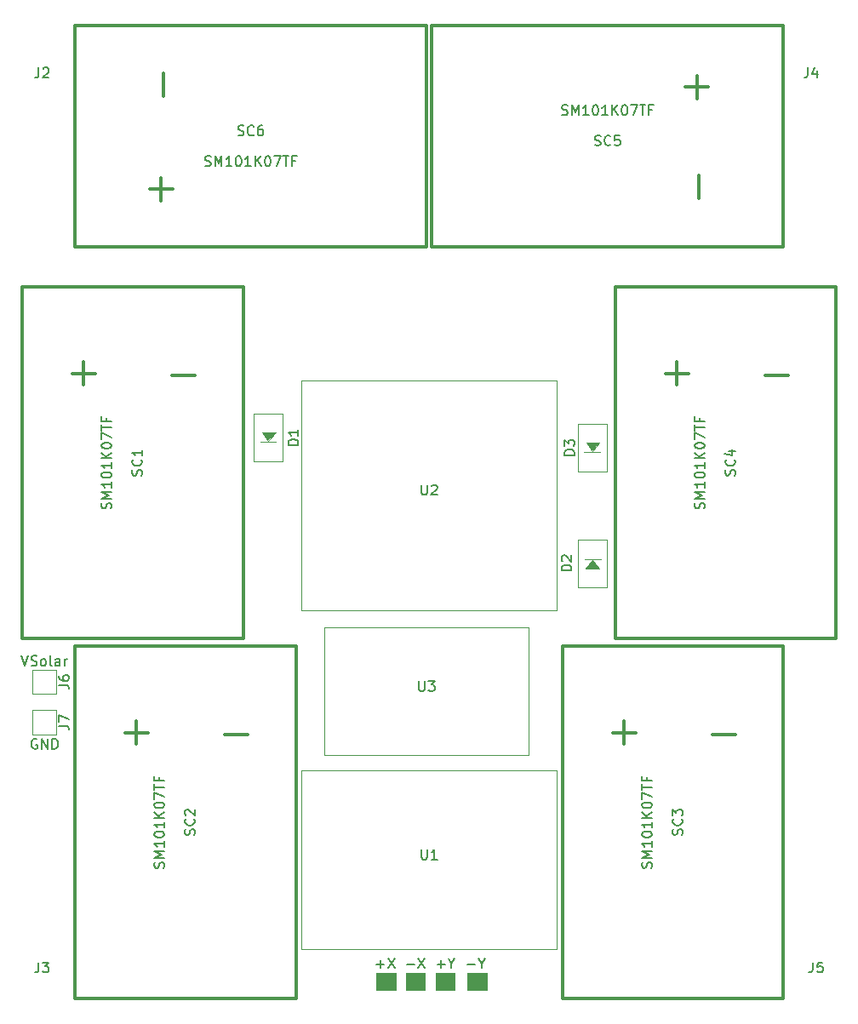
<source format=gbr>
%TF.GenerationSoftware,KiCad,Pcbnew,(5.1.10)-1*%
%TF.CreationDate,2022-06-07T20:30:13-07:00*%
%TF.ProjectId,solar-panel-WithCutout,736f6c61-722d-4706-916e-656c2d576974,1.1*%
%TF.SameCoordinates,Original*%
%TF.FileFunction,Legend,Top*%
%TF.FilePolarity,Positive*%
%FSLAX46Y46*%
G04 Gerber Fmt 4.6, Leading zero omitted, Abs format (unit mm)*
G04 Created by KiCad (PCBNEW (5.1.10)-1) date 2022-06-07 20:30:13*
%MOMM*%
%LPD*%
G01*
G04 APERTURE LIST*
%ADD10C,0.150000*%
%ADD11C,0.100000*%
%ADD12C,0.120000*%
%ADD13C,0.300000*%
G04 APERTURE END LIST*
D10*
X102488095Y-121000000D02*
X102392857Y-120952380D01*
X102250000Y-120952380D01*
X102107142Y-121000000D01*
X102011904Y-121095238D01*
X101964285Y-121190476D01*
X101916666Y-121380952D01*
X101916666Y-121523809D01*
X101964285Y-121714285D01*
X102011904Y-121809523D01*
X102107142Y-121904761D01*
X102250000Y-121952380D01*
X102345238Y-121952380D01*
X102488095Y-121904761D01*
X102535714Y-121857142D01*
X102535714Y-121523809D01*
X102345238Y-121523809D01*
X102964285Y-121952380D02*
X102964285Y-120952380D01*
X103535714Y-121952380D01*
X103535714Y-120952380D01*
X104011904Y-121952380D02*
X104011904Y-120952380D01*
X104250000Y-120952380D01*
X104392857Y-121000000D01*
X104488095Y-121095238D01*
X104535714Y-121190476D01*
X104583333Y-121380952D01*
X104583333Y-121523809D01*
X104535714Y-121714285D01*
X104488095Y-121809523D01*
X104392857Y-121904761D01*
X104250000Y-121952380D01*
X104011904Y-121952380D01*
X100964285Y-112702380D02*
X101297619Y-113702380D01*
X101630952Y-112702380D01*
X101916666Y-113654761D02*
X102059523Y-113702380D01*
X102297619Y-113702380D01*
X102392857Y-113654761D01*
X102440476Y-113607142D01*
X102488095Y-113511904D01*
X102488095Y-113416666D01*
X102440476Y-113321428D01*
X102392857Y-113273809D01*
X102297619Y-113226190D01*
X102107142Y-113178571D01*
X102011904Y-113130952D01*
X101964285Y-113083333D01*
X101916666Y-112988095D01*
X101916666Y-112892857D01*
X101964285Y-112797619D01*
X102011904Y-112750000D01*
X102107142Y-112702380D01*
X102345238Y-112702380D01*
X102488095Y-112750000D01*
X103059523Y-113702380D02*
X102964285Y-113654761D01*
X102916666Y-113607142D01*
X102869047Y-113511904D01*
X102869047Y-113226190D01*
X102916666Y-113130952D01*
X102964285Y-113083333D01*
X103059523Y-113035714D01*
X103202380Y-113035714D01*
X103297619Y-113083333D01*
X103345238Y-113130952D01*
X103392857Y-113226190D01*
X103392857Y-113511904D01*
X103345238Y-113607142D01*
X103297619Y-113654761D01*
X103202380Y-113702380D01*
X103059523Y-113702380D01*
X103964285Y-113702380D02*
X103869047Y-113654761D01*
X103821428Y-113559523D01*
X103821428Y-112702380D01*
X104773809Y-113702380D02*
X104773809Y-113178571D01*
X104726190Y-113083333D01*
X104630952Y-113035714D01*
X104440476Y-113035714D01*
X104345238Y-113083333D01*
X104773809Y-113654761D02*
X104678571Y-113702380D01*
X104440476Y-113702380D01*
X104345238Y-113654761D01*
X104297619Y-113559523D01*
X104297619Y-113464285D01*
X104345238Y-113369047D01*
X104440476Y-113321428D01*
X104678571Y-113321428D01*
X104773809Y-113273809D01*
X105249999Y-113702380D02*
X105249999Y-113035714D01*
X105249999Y-113226190D02*
X105297619Y-113130952D01*
X105345238Y-113083333D01*
X105440476Y-113035714D01*
X105535714Y-113035714D01*
D11*
G36*
X147244000Y-145972000D02*
G01*
X145339000Y-145972000D01*
X145339000Y-144257500D01*
X147244000Y-144257500D01*
X147244000Y-145972000D01*
G37*
X147244000Y-145972000D02*
X145339000Y-145972000D01*
X145339000Y-144257500D01*
X147244000Y-144257500D01*
X147244000Y-145972000D01*
G36*
X144069000Y-145972000D02*
G01*
X142164000Y-145972000D01*
X142164000Y-144257500D01*
X144069000Y-144257500D01*
X144069000Y-145972000D01*
G37*
X144069000Y-145972000D02*
X142164000Y-145972000D01*
X142164000Y-144257500D01*
X144069000Y-144257500D01*
X144069000Y-145972000D01*
G36*
X141084500Y-145972000D02*
G01*
X139179500Y-145972000D01*
X139179500Y-144257500D01*
X141084500Y-144257500D01*
X141084500Y-145972000D01*
G37*
X141084500Y-145972000D02*
X139179500Y-145972000D01*
X139179500Y-144257500D01*
X141084500Y-144257500D01*
X141084500Y-145972000D01*
G36*
X138163500Y-145972000D02*
G01*
X136258500Y-145972000D01*
X136258500Y-144257500D01*
X138163500Y-144257500D01*
X138163500Y-145972000D01*
G37*
X138163500Y-145972000D02*
X136258500Y-145972000D01*
X136258500Y-144257500D01*
X138163500Y-144257500D01*
X138163500Y-145972000D01*
D10*
X145302476Y-143388928D02*
X146064380Y-143388928D01*
X146731047Y-143293690D02*
X146731047Y-143769880D01*
X146397714Y-142769880D02*
X146731047Y-143293690D01*
X147064380Y-142769880D01*
X142302476Y-143388928D02*
X143064380Y-143388928D01*
X142683428Y-143769880D02*
X142683428Y-143007976D01*
X143731047Y-143293690D02*
X143731047Y-143769880D01*
X143397714Y-142769880D02*
X143731047Y-143293690D01*
X144064380Y-142769880D01*
X139254857Y-143388928D02*
X140016761Y-143388928D01*
X140397714Y-142769880D02*
X141064380Y-143769880D01*
X141064380Y-142769880D02*
X140397714Y-143769880D01*
X136254857Y-143388928D02*
X137016761Y-143388928D01*
X136635809Y-143769880D02*
X136635809Y-143007976D01*
X137397714Y-142769880D02*
X138064380Y-143769880D01*
X138064380Y-142769880D02*
X137397714Y-143769880D01*
D12*
%TO.C,J7*%
X104424999Y-118125001D02*
X104424999Y-120525001D01*
X104424999Y-120525001D02*
X102024999Y-120525001D01*
X102024999Y-120525001D02*
X102024999Y-118125001D01*
X102024999Y-118125001D02*
X104424999Y-118125001D01*
%TO.C,J6*%
X104424999Y-114075001D02*
X104424999Y-116475001D01*
X104424999Y-116475001D02*
X102024999Y-116475001D01*
X102024999Y-116475001D02*
X102024999Y-114075001D01*
X102024999Y-114075001D02*
X104424999Y-114075001D01*
%TO.C,D3*%
X159200000Y-94375000D02*
X159200000Y-89625000D01*
X159200000Y-89625000D02*
X156300000Y-89625000D01*
X159200000Y-94375000D02*
X156300000Y-94375000D01*
X156300000Y-94375000D02*
X156300000Y-89625000D01*
D11*
G36*
X158461200Y-91492000D02*
G01*
X157724600Y-92304800D01*
X157115000Y-91492000D01*
X158461200Y-91492000D01*
G37*
X158461200Y-91492000D02*
X157724600Y-92304800D01*
X157115000Y-91492000D01*
X158461200Y-91492000D01*
D12*
X156937200Y-92431800D02*
X158486600Y-92431800D01*
%TO.C,D2*%
X156300000Y-101125000D02*
X156300000Y-105875000D01*
X156300000Y-105875000D02*
X159200000Y-105875000D01*
X156300000Y-101125000D02*
X159200000Y-101125000D01*
X159200000Y-101125000D02*
X159200000Y-105875000D01*
D11*
G36*
X157038800Y-104008000D02*
G01*
X157775400Y-103195200D01*
X158385000Y-104008000D01*
X157038800Y-104008000D01*
G37*
X157038800Y-104008000D02*
X157775400Y-103195200D01*
X158385000Y-104008000D01*
X157038800Y-104008000D01*
D12*
X158562800Y-103068200D02*
X157013400Y-103068200D01*
%TO.C,D1*%
X126950000Y-93375000D02*
X126950000Y-88625000D01*
X126950000Y-88625000D02*
X124050000Y-88625000D01*
X126950000Y-93375000D02*
X124050000Y-93375000D01*
X124050000Y-93375000D02*
X124050000Y-88625000D01*
D11*
G36*
X126211200Y-90492000D02*
G01*
X125474600Y-91304800D01*
X124865000Y-90492000D01*
X126211200Y-90492000D01*
G37*
X126211200Y-90492000D02*
X125474600Y-91304800D01*
X124865000Y-90492000D01*
X126211200Y-90492000D01*
D12*
X124687200Y-91431800D02*
X126236600Y-91431800D01*
%TO.C,U3*%
X141250000Y-109900000D02*
X131090000Y-109900000D01*
X131090000Y-109900000D02*
X131090000Y-116250000D01*
X141250000Y-109900000D02*
X151410000Y-109900000D01*
X151410000Y-109900000D02*
X151410000Y-116250000D01*
X131090000Y-122600000D02*
X131090000Y-116250000D01*
X141250000Y-122600000D02*
X131090000Y-122600000D01*
X151410000Y-122600000D02*
X151410000Y-116250000D01*
X141250000Y-122600000D02*
X151410000Y-122600000D01*
%TO.C,U2*%
X128800000Y-99290000D02*
X128800000Y-108180000D01*
X154200000Y-99290000D02*
X154200000Y-108180000D01*
X154200000Y-99290000D02*
X154200000Y-96750000D01*
X154200000Y-108180000D02*
X152422000Y-108180000D01*
X141500000Y-108180000D02*
X154200000Y-108180000D01*
X141500000Y-108180000D02*
X128800000Y-108180000D01*
X128800000Y-99290000D02*
X128800000Y-96750000D01*
X154200000Y-94210000D02*
X154200000Y-96750000D01*
X128800000Y-94210000D02*
X128800000Y-96750000D01*
X128800000Y-85320000D02*
X130578000Y-85320000D01*
X154200000Y-94210000D02*
X154200000Y-85320000D01*
X141500000Y-85320000D02*
X154200000Y-85320000D01*
X128800000Y-94210000D02*
X128800000Y-85320000D01*
X141500000Y-85320000D02*
X128800000Y-85320000D01*
%TO.C,U1*%
X141500000Y-124110000D02*
X128800000Y-124110000D01*
X128800000Y-133000000D02*
X128800000Y-124110000D01*
X141500000Y-124110000D02*
X154200000Y-124110000D01*
X154200000Y-133000000D02*
X154200000Y-124110000D01*
X128800000Y-133000000D02*
X128800000Y-141890000D01*
X141500000Y-141890000D02*
X128800000Y-141890000D01*
X141500000Y-141890000D02*
X154200000Y-141890000D01*
X154200000Y-133000000D02*
X154200000Y-141890000D01*
D13*
%TO.C,SC6*%
X141250000Y-50000000D02*
X141250000Y-72000000D01*
X106250000Y-50000000D02*
X141250000Y-50000000D01*
X106250000Y-72000000D02*
X106250000Y-50000000D01*
X141250000Y-72000000D02*
X106250000Y-72000000D01*
%TO.C,SC5*%
X141750000Y-72000000D02*
X141750000Y-50000000D01*
X176750000Y-72000000D02*
X141750000Y-72000000D01*
X176750000Y-50000000D02*
X176750000Y-72000000D01*
X141750000Y-50000000D02*
X176750000Y-50000000D01*
%TO.C,SC4*%
X182000000Y-111000000D02*
X160000000Y-111000000D01*
X182000000Y-76000000D02*
X182000000Y-111000000D01*
X160000000Y-76000000D02*
X182000000Y-76000000D01*
X160000000Y-111000000D02*
X160000000Y-76000000D01*
%TO.C,SC3*%
X176750000Y-146750000D02*
X154750000Y-146750000D01*
X176750000Y-111750000D02*
X176750000Y-146750000D01*
X154750000Y-111750000D02*
X176750000Y-111750000D01*
X154750000Y-146750000D02*
X154750000Y-111750000D01*
%TO.C,SC2*%
X128250000Y-146750000D02*
X106250000Y-146750000D01*
X128250000Y-111750000D02*
X128250000Y-146750000D01*
X106250000Y-111750000D02*
X128250000Y-111750000D01*
X106250000Y-146750000D02*
X106250000Y-111750000D01*
%TO.C,SC1*%
X123000000Y-111000000D02*
X101000000Y-111000000D01*
X123000000Y-76000000D02*
X123000000Y-111000000D01*
X101000000Y-76000000D02*
X123000000Y-76000000D01*
X101000000Y-111000000D02*
X101000000Y-76000000D01*
%TO.C,J7*%
D10*
X104675379Y-119658334D02*
X105389665Y-119658334D01*
X105532522Y-119705953D01*
X105627760Y-119801191D01*
X105675379Y-119944048D01*
X105675379Y-120039286D01*
X104675379Y-119277381D02*
X104675379Y-118610715D01*
X105675379Y-119039286D01*
%TO.C,J6*%
X104675379Y-115608334D02*
X105389665Y-115608334D01*
X105532522Y-115655953D01*
X105627760Y-115751191D01*
X105675379Y-115894048D01*
X105675379Y-115989286D01*
X104675379Y-114703572D02*
X104675379Y-114894048D01*
X104722999Y-114989286D01*
X104770618Y-115036905D01*
X104913475Y-115132143D01*
X105103951Y-115179762D01*
X105484903Y-115179762D01*
X105580141Y-115132143D01*
X105627760Y-115084524D01*
X105675379Y-114989286D01*
X105675379Y-114798810D01*
X105627760Y-114703572D01*
X105580141Y-114655953D01*
X105484903Y-114608334D01*
X105246808Y-114608334D01*
X105151570Y-114655953D01*
X105103951Y-114703572D01*
X105056332Y-114798810D01*
X105056332Y-114989286D01*
X105103951Y-115084524D01*
X105151570Y-115132143D01*
X105246808Y-115179762D01*
%TO.C,J5*%
X179666666Y-143202380D02*
X179666666Y-143916666D01*
X179619047Y-144059523D01*
X179523809Y-144154761D01*
X179380952Y-144202380D01*
X179285714Y-144202380D01*
X180619047Y-143202380D02*
X180142857Y-143202380D01*
X180095238Y-143678571D01*
X180142857Y-143630952D01*
X180238095Y-143583333D01*
X180476190Y-143583333D01*
X180571428Y-143630952D01*
X180619047Y-143678571D01*
X180666666Y-143773809D01*
X180666666Y-144011904D01*
X180619047Y-144107142D01*
X180571428Y-144154761D01*
X180476190Y-144202380D01*
X180238095Y-144202380D01*
X180142857Y-144154761D01*
X180095238Y-144107142D01*
%TO.C,J4*%
X179166666Y-54202380D02*
X179166666Y-54916666D01*
X179119047Y-55059523D01*
X179023809Y-55154761D01*
X178880952Y-55202380D01*
X178785714Y-55202380D01*
X180071428Y-54535714D02*
X180071428Y-55202380D01*
X179833333Y-54154761D02*
X179595238Y-54869047D01*
X180214285Y-54869047D01*
%TO.C,J3*%
X102666666Y-143202380D02*
X102666666Y-143916666D01*
X102619047Y-144059523D01*
X102523809Y-144154761D01*
X102380952Y-144202380D01*
X102285714Y-144202380D01*
X103047619Y-143202380D02*
X103666666Y-143202380D01*
X103333333Y-143583333D01*
X103476190Y-143583333D01*
X103571428Y-143630952D01*
X103619047Y-143678571D01*
X103666666Y-143773809D01*
X103666666Y-144011904D01*
X103619047Y-144107142D01*
X103571428Y-144154761D01*
X103476190Y-144202380D01*
X103190476Y-144202380D01*
X103095238Y-144154761D01*
X103047619Y-144107142D01*
%TO.C,J2*%
X102666666Y-54202380D02*
X102666666Y-54916666D01*
X102619047Y-55059523D01*
X102523809Y-55154761D01*
X102380952Y-55202380D01*
X102285714Y-55202380D01*
X103095238Y-54297619D02*
X103142857Y-54250000D01*
X103238095Y-54202380D01*
X103476190Y-54202380D01*
X103571428Y-54250000D01*
X103619047Y-54297619D01*
X103666666Y-54392857D01*
X103666666Y-54488095D01*
X103619047Y-54630952D01*
X103047619Y-55202380D01*
X103666666Y-55202380D01*
%TO.C,D3*%
X155952380Y-92738095D02*
X154952380Y-92738095D01*
X154952380Y-92500000D01*
X155000000Y-92357142D01*
X155095238Y-92261904D01*
X155190476Y-92214285D01*
X155380952Y-92166666D01*
X155523809Y-92166666D01*
X155714285Y-92214285D01*
X155809523Y-92261904D01*
X155904761Y-92357142D01*
X155952380Y-92500000D01*
X155952380Y-92738095D01*
X154952380Y-91833333D02*
X154952380Y-91214285D01*
X155333333Y-91547619D01*
X155333333Y-91404761D01*
X155380952Y-91309523D01*
X155428571Y-91261904D01*
X155523809Y-91214285D01*
X155761904Y-91214285D01*
X155857142Y-91261904D01*
X155904761Y-91309523D01*
X155952380Y-91404761D01*
X155952380Y-91690476D01*
X155904761Y-91785714D01*
X155857142Y-91833333D01*
%TO.C,D2*%
X155662380Y-104238095D02*
X154662380Y-104238095D01*
X154662380Y-104000000D01*
X154710000Y-103857142D01*
X154805238Y-103761904D01*
X154900476Y-103714285D01*
X155090952Y-103666666D01*
X155233809Y-103666666D01*
X155424285Y-103714285D01*
X155519523Y-103761904D01*
X155614761Y-103857142D01*
X155662380Y-104000000D01*
X155662380Y-104238095D01*
X154757619Y-103285714D02*
X154710000Y-103238095D01*
X154662380Y-103142857D01*
X154662380Y-102904761D01*
X154710000Y-102809523D01*
X154757619Y-102761904D01*
X154852857Y-102714285D01*
X154948095Y-102714285D01*
X155090952Y-102761904D01*
X155662380Y-103333333D01*
X155662380Y-102714285D01*
%TO.C,D1*%
X128492380Y-91738095D02*
X127492380Y-91738095D01*
X127492380Y-91500000D01*
X127540000Y-91357142D01*
X127635238Y-91261904D01*
X127730476Y-91214285D01*
X127920952Y-91166666D01*
X128063809Y-91166666D01*
X128254285Y-91214285D01*
X128349523Y-91261904D01*
X128444761Y-91357142D01*
X128492380Y-91500000D01*
X128492380Y-91738095D01*
X128492380Y-90214285D02*
X128492380Y-90785714D01*
X128492380Y-90500000D02*
X127492380Y-90500000D01*
X127635238Y-90595238D01*
X127730476Y-90690476D01*
X127778095Y-90785714D01*
%TO.C,U3*%
X140488095Y-115202380D02*
X140488095Y-116011904D01*
X140535714Y-116107142D01*
X140583333Y-116154761D01*
X140678571Y-116202380D01*
X140869047Y-116202380D01*
X140964285Y-116154761D01*
X141011904Y-116107142D01*
X141059523Y-116011904D01*
X141059523Y-115202380D01*
X141440476Y-115202380D02*
X142059523Y-115202380D01*
X141726190Y-115583333D01*
X141869047Y-115583333D01*
X141964285Y-115630952D01*
X142011904Y-115678571D01*
X142059523Y-115773809D01*
X142059523Y-116011904D01*
X142011904Y-116107142D01*
X141964285Y-116154761D01*
X141869047Y-116202380D01*
X141583333Y-116202380D01*
X141488095Y-116154761D01*
X141440476Y-116107142D01*
%TO.C,U2*%
X140738095Y-95702380D02*
X140738095Y-96511904D01*
X140785714Y-96607142D01*
X140833333Y-96654761D01*
X140928571Y-96702380D01*
X141119047Y-96702380D01*
X141214285Y-96654761D01*
X141261904Y-96607142D01*
X141309523Y-96511904D01*
X141309523Y-95702380D01*
X141738095Y-95797619D02*
X141785714Y-95750000D01*
X141880952Y-95702380D01*
X142119047Y-95702380D01*
X142214285Y-95750000D01*
X142261904Y-95797619D01*
X142309523Y-95892857D01*
X142309523Y-95988095D01*
X142261904Y-96130952D01*
X141690476Y-96702380D01*
X142309523Y-96702380D01*
%TO.C,U1*%
X140738095Y-131952380D02*
X140738095Y-132761904D01*
X140785714Y-132857142D01*
X140833333Y-132904761D01*
X140928571Y-132952380D01*
X141119047Y-132952380D01*
X141214285Y-132904761D01*
X141261904Y-132857142D01*
X141309523Y-132761904D01*
X141309523Y-131952380D01*
X142309523Y-132952380D02*
X141738095Y-132952380D01*
X142023809Y-132952380D02*
X142023809Y-131952380D01*
X141928571Y-132095238D01*
X141833333Y-132190476D01*
X141738095Y-132238095D01*
%TO.C,SC6*%
X122488095Y-60904761D02*
X122630952Y-60952380D01*
X122869047Y-60952380D01*
X122964285Y-60904761D01*
X123011904Y-60857142D01*
X123059523Y-60761904D01*
X123059523Y-60666666D01*
X123011904Y-60571428D01*
X122964285Y-60523809D01*
X122869047Y-60476190D01*
X122678571Y-60428571D01*
X122583333Y-60380952D01*
X122535714Y-60333333D01*
X122488095Y-60238095D01*
X122488095Y-60142857D01*
X122535714Y-60047619D01*
X122583333Y-60000000D01*
X122678571Y-59952380D01*
X122916666Y-59952380D01*
X123059523Y-60000000D01*
X124059523Y-60857142D02*
X124011904Y-60904761D01*
X123869047Y-60952380D01*
X123773809Y-60952380D01*
X123630952Y-60904761D01*
X123535714Y-60809523D01*
X123488095Y-60714285D01*
X123440476Y-60523809D01*
X123440476Y-60380952D01*
X123488095Y-60190476D01*
X123535714Y-60095238D01*
X123630952Y-60000000D01*
X123773809Y-59952380D01*
X123869047Y-59952380D01*
X124011904Y-60000000D01*
X124059523Y-60047619D01*
X124916666Y-59952380D02*
X124726190Y-59952380D01*
X124630952Y-60000000D01*
X124583333Y-60047619D01*
X124488095Y-60190476D01*
X124440476Y-60380952D01*
X124440476Y-60761904D01*
X124488095Y-60857142D01*
X124535714Y-60904761D01*
X124630952Y-60952380D01*
X124821428Y-60952380D01*
X124916666Y-60904761D01*
X124964285Y-60857142D01*
X125011904Y-60761904D01*
X125011904Y-60523809D01*
X124964285Y-60428571D01*
X124916666Y-60380952D01*
X124821428Y-60333333D01*
X124630952Y-60333333D01*
X124535714Y-60380952D01*
X124488095Y-60428571D01*
X124440476Y-60523809D01*
X119202380Y-63944761D02*
X119345238Y-63992380D01*
X119583333Y-63992380D01*
X119678571Y-63944761D01*
X119726190Y-63897142D01*
X119773809Y-63801904D01*
X119773809Y-63706666D01*
X119726190Y-63611428D01*
X119678571Y-63563809D01*
X119583333Y-63516190D01*
X119392857Y-63468571D01*
X119297619Y-63420952D01*
X119250000Y-63373333D01*
X119202380Y-63278095D01*
X119202380Y-63182857D01*
X119250000Y-63087619D01*
X119297619Y-63040000D01*
X119392857Y-62992380D01*
X119630952Y-62992380D01*
X119773809Y-63040000D01*
X120202380Y-63992380D02*
X120202380Y-62992380D01*
X120535714Y-63706666D01*
X120869047Y-62992380D01*
X120869047Y-63992380D01*
X121869047Y-63992380D02*
X121297619Y-63992380D01*
X121583333Y-63992380D02*
X121583333Y-62992380D01*
X121488095Y-63135238D01*
X121392857Y-63230476D01*
X121297619Y-63278095D01*
X122488095Y-62992380D02*
X122583333Y-62992380D01*
X122678571Y-63040000D01*
X122726190Y-63087619D01*
X122773809Y-63182857D01*
X122821428Y-63373333D01*
X122821428Y-63611428D01*
X122773809Y-63801904D01*
X122726190Y-63897142D01*
X122678571Y-63944761D01*
X122583333Y-63992380D01*
X122488095Y-63992380D01*
X122392857Y-63944761D01*
X122345238Y-63897142D01*
X122297619Y-63801904D01*
X122250000Y-63611428D01*
X122250000Y-63373333D01*
X122297619Y-63182857D01*
X122345238Y-63087619D01*
X122392857Y-63040000D01*
X122488095Y-62992380D01*
X123773809Y-63992380D02*
X123202380Y-63992380D01*
X123488095Y-63992380D02*
X123488095Y-62992380D01*
X123392857Y-63135238D01*
X123297619Y-63230476D01*
X123202380Y-63278095D01*
X124202380Y-63992380D02*
X124202380Y-62992380D01*
X124773809Y-63992380D02*
X124345238Y-63420952D01*
X124773809Y-62992380D02*
X124202380Y-63563809D01*
X125392857Y-62992380D02*
X125488095Y-62992380D01*
X125583333Y-63040000D01*
X125630952Y-63087619D01*
X125678571Y-63182857D01*
X125726190Y-63373333D01*
X125726190Y-63611428D01*
X125678571Y-63801904D01*
X125630952Y-63897142D01*
X125583333Y-63944761D01*
X125488095Y-63992380D01*
X125392857Y-63992380D01*
X125297619Y-63944761D01*
X125250000Y-63897142D01*
X125202380Y-63801904D01*
X125154761Y-63611428D01*
X125154761Y-63373333D01*
X125202380Y-63182857D01*
X125250000Y-63087619D01*
X125297619Y-63040000D01*
X125392857Y-62992380D01*
X126059523Y-62992380D02*
X126726190Y-62992380D01*
X126297619Y-63992380D01*
X126964285Y-62992380D02*
X127535714Y-62992380D01*
X127250000Y-63992380D02*
X127250000Y-62992380D01*
X128202380Y-63468571D02*
X127869047Y-63468571D01*
X127869047Y-63992380D02*
X127869047Y-62992380D01*
X128345238Y-62992380D01*
D13*
X115074285Y-57062857D02*
X115074285Y-54777142D01*
X113717142Y-66294285D02*
X116002857Y-66294285D01*
X114860000Y-67437142D02*
X114860000Y-65151428D01*
%TO.C,SC5*%
D10*
X157988095Y-61904761D02*
X158130952Y-61952380D01*
X158369047Y-61952380D01*
X158464285Y-61904761D01*
X158511904Y-61857142D01*
X158559523Y-61761904D01*
X158559523Y-61666666D01*
X158511904Y-61571428D01*
X158464285Y-61523809D01*
X158369047Y-61476190D01*
X158178571Y-61428571D01*
X158083333Y-61380952D01*
X158035714Y-61333333D01*
X157988095Y-61238095D01*
X157988095Y-61142857D01*
X158035714Y-61047619D01*
X158083333Y-61000000D01*
X158178571Y-60952380D01*
X158416666Y-60952380D01*
X158559523Y-61000000D01*
X159559523Y-61857142D02*
X159511904Y-61904761D01*
X159369047Y-61952380D01*
X159273809Y-61952380D01*
X159130952Y-61904761D01*
X159035714Y-61809523D01*
X158988095Y-61714285D01*
X158940476Y-61523809D01*
X158940476Y-61380952D01*
X158988095Y-61190476D01*
X159035714Y-61095238D01*
X159130952Y-61000000D01*
X159273809Y-60952380D01*
X159369047Y-60952380D01*
X159511904Y-61000000D01*
X159559523Y-61047619D01*
X160464285Y-60952380D02*
X159988095Y-60952380D01*
X159940476Y-61428571D01*
X159988095Y-61380952D01*
X160083333Y-61333333D01*
X160321428Y-61333333D01*
X160416666Y-61380952D01*
X160464285Y-61428571D01*
X160511904Y-61523809D01*
X160511904Y-61761904D01*
X160464285Y-61857142D01*
X160416666Y-61904761D01*
X160321428Y-61952380D01*
X160083333Y-61952380D01*
X159988095Y-61904761D01*
X159940476Y-61857142D01*
X154702380Y-58864761D02*
X154845238Y-58912380D01*
X155083333Y-58912380D01*
X155178571Y-58864761D01*
X155226190Y-58817142D01*
X155273809Y-58721904D01*
X155273809Y-58626666D01*
X155226190Y-58531428D01*
X155178571Y-58483809D01*
X155083333Y-58436190D01*
X154892857Y-58388571D01*
X154797619Y-58340952D01*
X154750000Y-58293333D01*
X154702380Y-58198095D01*
X154702380Y-58102857D01*
X154750000Y-58007619D01*
X154797619Y-57960000D01*
X154892857Y-57912380D01*
X155130952Y-57912380D01*
X155273809Y-57960000D01*
X155702380Y-58912380D02*
X155702380Y-57912380D01*
X156035714Y-58626666D01*
X156369047Y-57912380D01*
X156369047Y-58912380D01*
X157369047Y-58912380D02*
X156797619Y-58912380D01*
X157083333Y-58912380D02*
X157083333Y-57912380D01*
X156988095Y-58055238D01*
X156892857Y-58150476D01*
X156797619Y-58198095D01*
X157988095Y-57912380D02*
X158083333Y-57912380D01*
X158178571Y-57960000D01*
X158226190Y-58007619D01*
X158273809Y-58102857D01*
X158321428Y-58293333D01*
X158321428Y-58531428D01*
X158273809Y-58721904D01*
X158226190Y-58817142D01*
X158178571Y-58864761D01*
X158083333Y-58912380D01*
X157988095Y-58912380D01*
X157892857Y-58864761D01*
X157845238Y-58817142D01*
X157797619Y-58721904D01*
X157750000Y-58531428D01*
X157750000Y-58293333D01*
X157797619Y-58102857D01*
X157845238Y-58007619D01*
X157892857Y-57960000D01*
X157988095Y-57912380D01*
X159273809Y-58912380D02*
X158702380Y-58912380D01*
X158988095Y-58912380D02*
X158988095Y-57912380D01*
X158892857Y-58055238D01*
X158797619Y-58150476D01*
X158702380Y-58198095D01*
X159702380Y-58912380D02*
X159702380Y-57912380D01*
X160273809Y-58912380D02*
X159845238Y-58340952D01*
X160273809Y-57912380D02*
X159702380Y-58483809D01*
X160892857Y-57912380D02*
X160988095Y-57912380D01*
X161083333Y-57960000D01*
X161130952Y-58007619D01*
X161178571Y-58102857D01*
X161226190Y-58293333D01*
X161226190Y-58531428D01*
X161178571Y-58721904D01*
X161130952Y-58817142D01*
X161083333Y-58864761D01*
X160988095Y-58912380D01*
X160892857Y-58912380D01*
X160797619Y-58864761D01*
X160750000Y-58817142D01*
X160702380Y-58721904D01*
X160654761Y-58531428D01*
X160654761Y-58293333D01*
X160702380Y-58102857D01*
X160750000Y-58007619D01*
X160797619Y-57960000D01*
X160892857Y-57912380D01*
X161559523Y-57912380D02*
X162226190Y-57912380D01*
X161797619Y-58912380D01*
X162464285Y-57912380D02*
X163035714Y-57912380D01*
X162750000Y-58912380D02*
X162750000Y-57912380D01*
X163702380Y-58388571D02*
X163369047Y-58388571D01*
X163369047Y-58912380D02*
X163369047Y-57912380D01*
X163845238Y-57912380D01*
D13*
X168354285Y-67222857D02*
X168354285Y-64937142D01*
X166997142Y-56134285D02*
X169282857Y-56134285D01*
X168140000Y-57277142D02*
X168140000Y-54991428D01*
%TO.C,SC4*%
D10*
X171904761Y-94761904D02*
X171952380Y-94619047D01*
X171952380Y-94380952D01*
X171904761Y-94285714D01*
X171857142Y-94238095D01*
X171761904Y-94190476D01*
X171666666Y-94190476D01*
X171571428Y-94238095D01*
X171523809Y-94285714D01*
X171476190Y-94380952D01*
X171428571Y-94571428D01*
X171380952Y-94666666D01*
X171333333Y-94714285D01*
X171238095Y-94761904D01*
X171142857Y-94761904D01*
X171047619Y-94714285D01*
X171000000Y-94666666D01*
X170952380Y-94571428D01*
X170952380Y-94333333D01*
X171000000Y-94190476D01*
X171857142Y-93190476D02*
X171904761Y-93238095D01*
X171952380Y-93380952D01*
X171952380Y-93476190D01*
X171904761Y-93619047D01*
X171809523Y-93714285D01*
X171714285Y-93761904D01*
X171523809Y-93809523D01*
X171380952Y-93809523D01*
X171190476Y-93761904D01*
X171095238Y-93714285D01*
X171000000Y-93619047D01*
X170952380Y-93476190D01*
X170952380Y-93380952D01*
X171000000Y-93238095D01*
X171047619Y-93190476D01*
X171285714Y-92333333D02*
X171952380Y-92333333D01*
X170904761Y-92571428D02*
X171619047Y-92809523D01*
X171619047Y-92190476D01*
X168864761Y-98047619D02*
X168912380Y-97904761D01*
X168912380Y-97666666D01*
X168864761Y-97571428D01*
X168817142Y-97523809D01*
X168721904Y-97476190D01*
X168626666Y-97476190D01*
X168531428Y-97523809D01*
X168483809Y-97571428D01*
X168436190Y-97666666D01*
X168388571Y-97857142D01*
X168340952Y-97952380D01*
X168293333Y-98000000D01*
X168198095Y-98047619D01*
X168102857Y-98047619D01*
X168007619Y-98000000D01*
X167960000Y-97952380D01*
X167912380Y-97857142D01*
X167912380Y-97619047D01*
X167960000Y-97476190D01*
X168912380Y-97047619D02*
X167912380Y-97047619D01*
X168626666Y-96714285D01*
X167912380Y-96380952D01*
X168912380Y-96380952D01*
X168912380Y-95380952D02*
X168912380Y-95952380D01*
X168912380Y-95666666D02*
X167912380Y-95666666D01*
X168055238Y-95761904D01*
X168150476Y-95857142D01*
X168198095Y-95952380D01*
X167912380Y-94761904D02*
X167912380Y-94666666D01*
X167960000Y-94571428D01*
X168007619Y-94523809D01*
X168102857Y-94476190D01*
X168293333Y-94428571D01*
X168531428Y-94428571D01*
X168721904Y-94476190D01*
X168817142Y-94523809D01*
X168864761Y-94571428D01*
X168912380Y-94666666D01*
X168912380Y-94761904D01*
X168864761Y-94857142D01*
X168817142Y-94904761D01*
X168721904Y-94952380D01*
X168531428Y-95000000D01*
X168293333Y-95000000D01*
X168102857Y-94952380D01*
X168007619Y-94904761D01*
X167960000Y-94857142D01*
X167912380Y-94761904D01*
X168912380Y-93476190D02*
X168912380Y-94047619D01*
X168912380Y-93761904D02*
X167912380Y-93761904D01*
X168055238Y-93857142D01*
X168150476Y-93952380D01*
X168198095Y-94047619D01*
X168912380Y-93047619D02*
X167912380Y-93047619D01*
X168912380Y-92476190D02*
X168340952Y-92904761D01*
X167912380Y-92476190D02*
X168483809Y-93047619D01*
X167912380Y-91857142D02*
X167912380Y-91761904D01*
X167960000Y-91666666D01*
X168007619Y-91619047D01*
X168102857Y-91571428D01*
X168293333Y-91523809D01*
X168531428Y-91523809D01*
X168721904Y-91571428D01*
X168817142Y-91619047D01*
X168864761Y-91666666D01*
X168912380Y-91761904D01*
X168912380Y-91857142D01*
X168864761Y-91952380D01*
X168817142Y-92000000D01*
X168721904Y-92047619D01*
X168531428Y-92095238D01*
X168293333Y-92095238D01*
X168102857Y-92047619D01*
X168007619Y-92000000D01*
X167960000Y-91952380D01*
X167912380Y-91857142D01*
X167912380Y-91190476D02*
X167912380Y-90523809D01*
X168912380Y-90952380D01*
X167912380Y-90285714D02*
X167912380Y-89714285D01*
X168912380Y-90000000D02*
X167912380Y-90000000D01*
X168388571Y-89047619D02*
X168388571Y-89380952D01*
X168912380Y-89380952D02*
X167912380Y-89380952D01*
X167912380Y-88904761D01*
D13*
X174937142Y-84824285D02*
X177222857Y-84824285D01*
X166134285Y-85752857D02*
X166134285Y-83467142D01*
X167277142Y-84610000D02*
X164991428Y-84610000D01*
%TO.C,SC3*%
D10*
X166654761Y-130511904D02*
X166702380Y-130369047D01*
X166702380Y-130130952D01*
X166654761Y-130035714D01*
X166607142Y-129988095D01*
X166511904Y-129940476D01*
X166416666Y-129940476D01*
X166321428Y-129988095D01*
X166273809Y-130035714D01*
X166226190Y-130130952D01*
X166178571Y-130321428D01*
X166130952Y-130416666D01*
X166083333Y-130464285D01*
X165988095Y-130511904D01*
X165892857Y-130511904D01*
X165797619Y-130464285D01*
X165750000Y-130416666D01*
X165702380Y-130321428D01*
X165702380Y-130083333D01*
X165750000Y-129940476D01*
X166607142Y-128940476D02*
X166654761Y-128988095D01*
X166702380Y-129130952D01*
X166702380Y-129226190D01*
X166654761Y-129369047D01*
X166559523Y-129464285D01*
X166464285Y-129511904D01*
X166273809Y-129559523D01*
X166130952Y-129559523D01*
X165940476Y-129511904D01*
X165845238Y-129464285D01*
X165750000Y-129369047D01*
X165702380Y-129226190D01*
X165702380Y-129130952D01*
X165750000Y-128988095D01*
X165797619Y-128940476D01*
X165702380Y-128607142D02*
X165702380Y-127988095D01*
X166083333Y-128321428D01*
X166083333Y-128178571D01*
X166130952Y-128083333D01*
X166178571Y-128035714D01*
X166273809Y-127988095D01*
X166511904Y-127988095D01*
X166607142Y-128035714D01*
X166654761Y-128083333D01*
X166702380Y-128178571D01*
X166702380Y-128464285D01*
X166654761Y-128559523D01*
X166607142Y-128607142D01*
X163614761Y-133797619D02*
X163662380Y-133654761D01*
X163662380Y-133416666D01*
X163614761Y-133321428D01*
X163567142Y-133273809D01*
X163471904Y-133226190D01*
X163376666Y-133226190D01*
X163281428Y-133273809D01*
X163233809Y-133321428D01*
X163186190Y-133416666D01*
X163138571Y-133607142D01*
X163090952Y-133702380D01*
X163043333Y-133750000D01*
X162948095Y-133797619D01*
X162852857Y-133797619D01*
X162757619Y-133750000D01*
X162710000Y-133702380D01*
X162662380Y-133607142D01*
X162662380Y-133369047D01*
X162710000Y-133226190D01*
X163662380Y-132797619D02*
X162662380Y-132797619D01*
X163376666Y-132464285D01*
X162662380Y-132130952D01*
X163662380Y-132130952D01*
X163662380Y-131130952D02*
X163662380Y-131702380D01*
X163662380Y-131416666D02*
X162662380Y-131416666D01*
X162805238Y-131511904D01*
X162900476Y-131607142D01*
X162948095Y-131702380D01*
X162662380Y-130511904D02*
X162662380Y-130416666D01*
X162710000Y-130321428D01*
X162757619Y-130273809D01*
X162852857Y-130226190D01*
X163043333Y-130178571D01*
X163281428Y-130178571D01*
X163471904Y-130226190D01*
X163567142Y-130273809D01*
X163614761Y-130321428D01*
X163662380Y-130416666D01*
X163662380Y-130511904D01*
X163614761Y-130607142D01*
X163567142Y-130654761D01*
X163471904Y-130702380D01*
X163281428Y-130750000D01*
X163043333Y-130750000D01*
X162852857Y-130702380D01*
X162757619Y-130654761D01*
X162710000Y-130607142D01*
X162662380Y-130511904D01*
X163662380Y-129226190D02*
X163662380Y-129797619D01*
X163662380Y-129511904D02*
X162662380Y-129511904D01*
X162805238Y-129607142D01*
X162900476Y-129702380D01*
X162948095Y-129797619D01*
X163662380Y-128797619D02*
X162662380Y-128797619D01*
X163662380Y-128226190D02*
X163090952Y-128654761D01*
X162662380Y-128226190D02*
X163233809Y-128797619D01*
X162662380Y-127607142D02*
X162662380Y-127511904D01*
X162710000Y-127416666D01*
X162757619Y-127369047D01*
X162852857Y-127321428D01*
X163043333Y-127273809D01*
X163281428Y-127273809D01*
X163471904Y-127321428D01*
X163567142Y-127369047D01*
X163614761Y-127416666D01*
X163662380Y-127511904D01*
X163662380Y-127607142D01*
X163614761Y-127702380D01*
X163567142Y-127750000D01*
X163471904Y-127797619D01*
X163281428Y-127845238D01*
X163043333Y-127845238D01*
X162852857Y-127797619D01*
X162757619Y-127750000D01*
X162710000Y-127702380D01*
X162662380Y-127607142D01*
X162662380Y-126940476D02*
X162662380Y-126273809D01*
X163662380Y-126702380D01*
X162662380Y-126035714D02*
X162662380Y-125464285D01*
X163662380Y-125750000D02*
X162662380Y-125750000D01*
X163138571Y-124797619D02*
X163138571Y-125130952D01*
X163662380Y-125130952D02*
X162662380Y-125130952D01*
X162662380Y-124654761D01*
D13*
X169687142Y-120574285D02*
X171972857Y-120574285D01*
X160884285Y-121502857D02*
X160884285Y-119217142D01*
X162027142Y-120360000D02*
X159741428Y-120360000D01*
%TO.C,SC2*%
D10*
X118154761Y-130511904D02*
X118202380Y-130369047D01*
X118202380Y-130130952D01*
X118154761Y-130035714D01*
X118107142Y-129988095D01*
X118011904Y-129940476D01*
X117916666Y-129940476D01*
X117821428Y-129988095D01*
X117773809Y-130035714D01*
X117726190Y-130130952D01*
X117678571Y-130321428D01*
X117630952Y-130416666D01*
X117583333Y-130464285D01*
X117488095Y-130511904D01*
X117392857Y-130511904D01*
X117297619Y-130464285D01*
X117250000Y-130416666D01*
X117202380Y-130321428D01*
X117202380Y-130083333D01*
X117250000Y-129940476D01*
X118107142Y-128940476D02*
X118154761Y-128988095D01*
X118202380Y-129130952D01*
X118202380Y-129226190D01*
X118154761Y-129369047D01*
X118059523Y-129464285D01*
X117964285Y-129511904D01*
X117773809Y-129559523D01*
X117630952Y-129559523D01*
X117440476Y-129511904D01*
X117345238Y-129464285D01*
X117250000Y-129369047D01*
X117202380Y-129226190D01*
X117202380Y-129130952D01*
X117250000Y-128988095D01*
X117297619Y-128940476D01*
X117297619Y-128559523D02*
X117250000Y-128511904D01*
X117202380Y-128416666D01*
X117202380Y-128178571D01*
X117250000Y-128083333D01*
X117297619Y-128035714D01*
X117392857Y-127988095D01*
X117488095Y-127988095D01*
X117630952Y-128035714D01*
X118202380Y-128607142D01*
X118202380Y-127988095D01*
X115114761Y-133797619D02*
X115162380Y-133654761D01*
X115162380Y-133416666D01*
X115114761Y-133321428D01*
X115067142Y-133273809D01*
X114971904Y-133226190D01*
X114876666Y-133226190D01*
X114781428Y-133273809D01*
X114733809Y-133321428D01*
X114686190Y-133416666D01*
X114638571Y-133607142D01*
X114590952Y-133702380D01*
X114543333Y-133750000D01*
X114448095Y-133797619D01*
X114352857Y-133797619D01*
X114257619Y-133750000D01*
X114210000Y-133702380D01*
X114162380Y-133607142D01*
X114162380Y-133369047D01*
X114210000Y-133226190D01*
X115162380Y-132797619D02*
X114162380Y-132797619D01*
X114876666Y-132464285D01*
X114162380Y-132130952D01*
X115162380Y-132130952D01*
X115162380Y-131130952D02*
X115162380Y-131702380D01*
X115162380Y-131416666D02*
X114162380Y-131416666D01*
X114305238Y-131511904D01*
X114400476Y-131607142D01*
X114448095Y-131702380D01*
X114162380Y-130511904D02*
X114162380Y-130416666D01*
X114210000Y-130321428D01*
X114257619Y-130273809D01*
X114352857Y-130226190D01*
X114543333Y-130178571D01*
X114781428Y-130178571D01*
X114971904Y-130226190D01*
X115067142Y-130273809D01*
X115114761Y-130321428D01*
X115162380Y-130416666D01*
X115162380Y-130511904D01*
X115114761Y-130607142D01*
X115067142Y-130654761D01*
X114971904Y-130702380D01*
X114781428Y-130750000D01*
X114543333Y-130750000D01*
X114352857Y-130702380D01*
X114257619Y-130654761D01*
X114210000Y-130607142D01*
X114162380Y-130511904D01*
X115162380Y-129226190D02*
X115162380Y-129797619D01*
X115162380Y-129511904D02*
X114162380Y-129511904D01*
X114305238Y-129607142D01*
X114400476Y-129702380D01*
X114448095Y-129797619D01*
X115162380Y-128797619D02*
X114162380Y-128797619D01*
X115162380Y-128226190D02*
X114590952Y-128654761D01*
X114162380Y-128226190D02*
X114733809Y-128797619D01*
X114162380Y-127607142D02*
X114162380Y-127511904D01*
X114210000Y-127416666D01*
X114257619Y-127369047D01*
X114352857Y-127321428D01*
X114543333Y-127273809D01*
X114781428Y-127273809D01*
X114971904Y-127321428D01*
X115067142Y-127369047D01*
X115114761Y-127416666D01*
X115162380Y-127511904D01*
X115162380Y-127607142D01*
X115114761Y-127702380D01*
X115067142Y-127750000D01*
X114971904Y-127797619D01*
X114781428Y-127845238D01*
X114543333Y-127845238D01*
X114352857Y-127797619D01*
X114257619Y-127750000D01*
X114210000Y-127702380D01*
X114162380Y-127607142D01*
X114162380Y-126940476D02*
X114162380Y-126273809D01*
X115162380Y-126702380D01*
X114162380Y-126035714D02*
X114162380Y-125464285D01*
X115162380Y-125750000D02*
X114162380Y-125750000D01*
X114638571Y-124797619D02*
X114638571Y-125130952D01*
X115162380Y-125130952D02*
X114162380Y-125130952D01*
X114162380Y-124654761D01*
D13*
X121187142Y-120574285D02*
X123472857Y-120574285D01*
X112384285Y-121502857D02*
X112384285Y-119217142D01*
X113527142Y-120360000D02*
X111241428Y-120360000D01*
%TO.C,SC1*%
D10*
X112904761Y-94761904D02*
X112952380Y-94619047D01*
X112952380Y-94380952D01*
X112904761Y-94285714D01*
X112857142Y-94238095D01*
X112761904Y-94190476D01*
X112666666Y-94190476D01*
X112571428Y-94238095D01*
X112523809Y-94285714D01*
X112476190Y-94380952D01*
X112428571Y-94571428D01*
X112380952Y-94666666D01*
X112333333Y-94714285D01*
X112238095Y-94761904D01*
X112142857Y-94761904D01*
X112047619Y-94714285D01*
X112000000Y-94666666D01*
X111952380Y-94571428D01*
X111952380Y-94333333D01*
X112000000Y-94190476D01*
X112857142Y-93190476D02*
X112904761Y-93238095D01*
X112952380Y-93380952D01*
X112952380Y-93476190D01*
X112904761Y-93619047D01*
X112809523Y-93714285D01*
X112714285Y-93761904D01*
X112523809Y-93809523D01*
X112380952Y-93809523D01*
X112190476Y-93761904D01*
X112095238Y-93714285D01*
X112000000Y-93619047D01*
X111952380Y-93476190D01*
X111952380Y-93380952D01*
X112000000Y-93238095D01*
X112047619Y-93190476D01*
X112952380Y-92238095D02*
X112952380Y-92809523D01*
X112952380Y-92523809D02*
X111952380Y-92523809D01*
X112095238Y-92619047D01*
X112190476Y-92714285D01*
X112238095Y-92809523D01*
X109864761Y-98047619D02*
X109912380Y-97904761D01*
X109912380Y-97666666D01*
X109864761Y-97571428D01*
X109817142Y-97523809D01*
X109721904Y-97476190D01*
X109626666Y-97476190D01*
X109531428Y-97523809D01*
X109483809Y-97571428D01*
X109436190Y-97666666D01*
X109388571Y-97857142D01*
X109340952Y-97952380D01*
X109293333Y-98000000D01*
X109198095Y-98047619D01*
X109102857Y-98047619D01*
X109007619Y-98000000D01*
X108960000Y-97952380D01*
X108912380Y-97857142D01*
X108912380Y-97619047D01*
X108960000Y-97476190D01*
X109912380Y-97047619D02*
X108912380Y-97047619D01*
X109626666Y-96714285D01*
X108912380Y-96380952D01*
X109912380Y-96380952D01*
X109912380Y-95380952D02*
X109912380Y-95952380D01*
X109912380Y-95666666D02*
X108912380Y-95666666D01*
X109055238Y-95761904D01*
X109150476Y-95857142D01*
X109198095Y-95952380D01*
X108912380Y-94761904D02*
X108912380Y-94666666D01*
X108960000Y-94571428D01*
X109007619Y-94523809D01*
X109102857Y-94476190D01*
X109293333Y-94428571D01*
X109531428Y-94428571D01*
X109721904Y-94476190D01*
X109817142Y-94523809D01*
X109864761Y-94571428D01*
X109912380Y-94666666D01*
X109912380Y-94761904D01*
X109864761Y-94857142D01*
X109817142Y-94904761D01*
X109721904Y-94952380D01*
X109531428Y-95000000D01*
X109293333Y-95000000D01*
X109102857Y-94952380D01*
X109007619Y-94904761D01*
X108960000Y-94857142D01*
X108912380Y-94761904D01*
X109912380Y-93476190D02*
X109912380Y-94047619D01*
X109912380Y-93761904D02*
X108912380Y-93761904D01*
X109055238Y-93857142D01*
X109150476Y-93952380D01*
X109198095Y-94047619D01*
X109912380Y-93047619D02*
X108912380Y-93047619D01*
X109912380Y-92476190D02*
X109340952Y-92904761D01*
X108912380Y-92476190D02*
X109483809Y-93047619D01*
X108912380Y-91857142D02*
X108912380Y-91761904D01*
X108960000Y-91666666D01*
X109007619Y-91619047D01*
X109102857Y-91571428D01*
X109293333Y-91523809D01*
X109531428Y-91523809D01*
X109721904Y-91571428D01*
X109817142Y-91619047D01*
X109864761Y-91666666D01*
X109912380Y-91761904D01*
X109912380Y-91857142D01*
X109864761Y-91952380D01*
X109817142Y-92000000D01*
X109721904Y-92047619D01*
X109531428Y-92095238D01*
X109293333Y-92095238D01*
X109102857Y-92047619D01*
X109007619Y-92000000D01*
X108960000Y-91952380D01*
X108912380Y-91857142D01*
X108912380Y-91190476D02*
X108912380Y-90523809D01*
X109912380Y-90952380D01*
X108912380Y-90285714D02*
X108912380Y-89714285D01*
X109912380Y-90000000D02*
X108912380Y-90000000D01*
X109388571Y-89047619D02*
X109388571Y-89380952D01*
X109912380Y-89380952D02*
X108912380Y-89380952D01*
X108912380Y-88904761D01*
D13*
X115937142Y-84824285D02*
X118222857Y-84824285D01*
X107134285Y-85752857D02*
X107134285Y-83467142D01*
X108277142Y-84610000D02*
X105991428Y-84610000D01*
%TD*%
M02*

</source>
